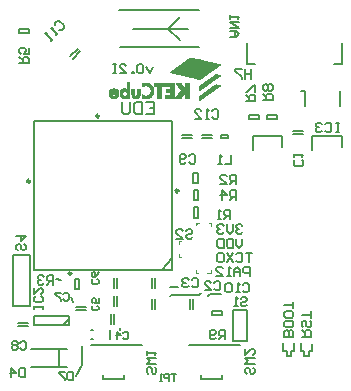
<source format=gbo>
G04*
G04 #@! TF.GenerationSoftware,Altium Limited,Altium Designer,21.4.1 (30)*
G04*
G04 Layer_Color=32896*
%FSLAX25Y25*%
%MOIN*%
G70*
G04*
G04 #@! TF.SameCoordinates,FDA7AB05-C33E-465C-AB53-71C79C1F0B70*
G04*
G04*
G04 #@! TF.FilePolarity,Positive*
G04*
G01*
G75*
%ADD10C,0.00787*%
%ADD11C,0.00591*%
%ADD12C,0.00800*%
%ADD14C,0.00709*%
%ADD105C,0.00984*%
%ADD106C,0.00394*%
%ADD107C,0.00500*%
%ADD108C,0.00100*%
%ADD109C,0.00630*%
%ADD110C,0.00669*%
D10*
X110542Y92039D02*
Y97039D01*
X122353Y92039D02*
Y97039D01*
X110542Y97039D02*
X110542Y97039D01*
X109448D02*
X110542Y97039D01*
X39146Y14460D02*
X39934D01*
X39146Y17609D02*
X39934D01*
X45544Y14460D02*
Y17609D01*
X48720Y124114D02*
X75317Y124114D01*
X48917Y112008D02*
X75317D01*
X53248Y118012D02*
X64961D01*
X68898Y121949D01*
X64961Y118012D02*
X64961D01*
X68898Y114075D01*
X64961Y118012D02*
X71555D01*
X72028Y12693D02*
X89028D01*
X76028Y1193D02*
X83028D01*
Y2693D01*
X76028Y1193D02*
Y2693D01*
X43350Y1193D02*
Y2693D01*
X50350Y1193D02*
Y2693D01*
X43350Y1193D02*
X50350D01*
X39350Y12693D02*
X56350D01*
X65728Y31702D02*
X68452D01*
X65728Y28800D02*
X66187Y29259D01*
X75328D01*
X75990Y29921D01*
X76028D01*
X78228Y28800D02*
X78956Y29528D01*
X82677D01*
X89764Y48030D02*
Y45931D01*
X88714Y44882D01*
X87665Y45931D01*
Y48030D01*
X86615D02*
Y44882D01*
X85041D01*
X84516Y45407D01*
Y47506D01*
X85041Y48030D01*
X86615D01*
X83467D02*
Y44882D01*
X81892D01*
X81367Y45407D01*
Y47506D01*
X81892Y48030D01*
X83467D01*
X57524Y93476D02*
X60148D01*
Y89540D01*
X57524D01*
X60148Y91508D02*
X58836D01*
X56212Y93476D02*
Y89540D01*
X54244D01*
X53588Y90196D01*
Y92820D01*
X54244Y93476D01*
X56212D01*
X52276D02*
Y90196D01*
X51621Y89540D01*
X50309D01*
X49653Y90196D01*
Y93476D01*
X59842Y105155D02*
X58793Y103056D01*
X57744Y105155D01*
X56694Y105679D02*
X56169Y106204D01*
X55120D01*
X54595Y105679D01*
Y103580D01*
X55120Y103056D01*
X56169D01*
X56694Y103580D01*
Y105679D01*
X53545Y103056D02*
Y103580D01*
X53021D01*
Y103056D01*
X53545D01*
X48822D02*
X50921D01*
X48822Y105155D01*
Y105679D01*
X49347Y106204D01*
X50397D01*
X50921Y105679D01*
X47773Y106204D02*
X46723D01*
X47248D01*
Y103056D01*
X47773D01*
X46723D01*
X92913Y43306D02*
X90814D01*
X91864D01*
Y40157D01*
X87666Y42781D02*
X88191Y43306D01*
X89240D01*
X89765Y42781D01*
Y40682D01*
X89240Y40157D01*
X88191D01*
X87666Y40682D01*
X86616Y43306D02*
X84517Y40157D01*
Y43306D02*
X86616Y40157D01*
X81893Y43306D02*
X82943D01*
X83468Y42781D01*
Y40682D01*
X82943Y40157D01*
X81893D01*
X81369Y40682D01*
Y42781D01*
X81893Y43306D01*
X92126Y35433D02*
Y38582D01*
X90552D01*
X90027Y38057D01*
Y37007D01*
X90552Y36483D01*
X92126D01*
X88977Y35433D02*
Y37532D01*
X87928Y38582D01*
X86878Y37532D01*
Y35433D01*
Y37007D01*
X88977D01*
X85829Y35433D02*
X84779D01*
X85304D01*
Y38582D01*
X85829Y38057D01*
X81106Y35433D02*
X83205D01*
X81106Y37532D01*
Y38057D01*
X81631Y38582D01*
X82680D01*
X83205Y38057D01*
X89764Y52230D02*
X89239Y52755D01*
X88190D01*
X87665Y52230D01*
Y51705D01*
X88190Y51181D01*
X88714D01*
X88190D01*
X87665Y50656D01*
Y50131D01*
X88190Y49606D01*
X89239D01*
X89764Y50131D01*
X86615Y52755D02*
Y50656D01*
X85566Y49606D01*
X84516Y50656D01*
Y52755D01*
X83467Y52230D02*
X82942Y52755D01*
X81892D01*
X81367Y52230D01*
Y51705D01*
X81892Y51181D01*
X82417D01*
X81892D01*
X81367Y50656D01*
Y50131D01*
X81892Y49606D01*
X82942D01*
X83467Y50131D01*
X85978Y75879D02*
Y72730D01*
X83878D01*
X82829D02*
X81779D01*
X82304D01*
Y75879D01*
X82829Y75354D01*
X79679Y90638D02*
X80204Y91163D01*
X81253D01*
X81778Y90638D01*
Y88539D01*
X81253Y88014D01*
X80204D01*
X79679Y88539D01*
X78630Y88014D02*
X77580D01*
X78105D01*
Y91163D01*
X78630Y90638D01*
X73907Y88014D02*
X76006D01*
X73907Y90113D01*
Y90638D01*
X74432Y91163D01*
X75481D01*
X76006Y90638D01*
X93286Y4989D02*
X93811Y4464D01*
Y3414D01*
X93286Y2889D01*
X92762D01*
X92237Y3414D01*
Y4464D01*
X91712Y4989D01*
X91187D01*
X90663Y4464D01*
Y3414D01*
X91187Y2889D01*
X93811Y6038D02*
X90663D01*
X91712Y7088D01*
X90663Y8137D01*
X93811D01*
X90663Y11286D02*
Y9187D01*
X92762Y11286D01*
X93286D01*
X93811Y10761D01*
Y9711D01*
X93286Y9187D01*
X60549Y5128D02*
X61074Y4603D01*
Y3554D01*
X60549Y3029D01*
X60024D01*
X59499Y3554D01*
Y4603D01*
X58974Y5128D01*
X58450D01*
X57925Y4603D01*
Y3554D01*
X58450Y3029D01*
X61074Y6177D02*
X57925D01*
X58974Y7227D01*
X57925Y8276D01*
X61074D01*
X57925Y9326D02*
Y10375D01*
Y9851D01*
X61074D01*
X60549Y9326D01*
X92635Y104388D02*
Y101239D01*
Y102813D01*
X90536D01*
Y104388D01*
Y101239D01*
X89487Y104388D02*
X87388D01*
Y103863D01*
X89487Y101764D01*
Y101239D01*
X27288Y119064D02*
Y119806D01*
X28030Y120548D01*
X28772Y120548D01*
X30256Y119064D01*
Y118322D01*
X29514Y117580D01*
X28772Y117580D01*
X28401Y116466D02*
X27659Y115724D01*
X28030Y116095D01*
X25803Y118322D01*
X26545Y118322D01*
Y114611D02*
X25803Y113869D01*
X26174Y114240D01*
X23948Y116466D01*
X24690Y116466D01*
X85564Y115041D02*
X87663D01*
X88712Y116091D01*
X87663Y117140D01*
X85564D01*
X87138D01*
Y115041D01*
X85564Y118190D02*
X88712D01*
X85564Y120289D01*
X88712D01*
X85564Y121338D02*
Y122388D01*
Y121863D01*
X88712D01*
X88187Y121338D01*
X70932Y50546D02*
X71457Y51071D01*
X72507D01*
X73032Y50546D01*
Y50021D01*
X72507Y49496D01*
X71457D01*
X70932Y48972D01*
Y48447D01*
X71457Y47922D01*
X72507D01*
X73032Y48447D01*
X67784Y47922D02*
X69883D01*
X67784Y50021D01*
Y50546D01*
X68309Y51071D01*
X69358D01*
X69883Y50546D01*
X15449Y106372D02*
X18598D01*
Y107947D01*
X18073Y108471D01*
X17023D01*
X16499Y107947D01*
Y106372D01*
Y107422D02*
X15449Y108471D01*
X18598Y111620D02*
Y109521D01*
X17023D01*
X17548Y110570D01*
Y111095D01*
X17023Y111620D01*
X15974D01*
X15449Y111095D01*
Y110046D01*
X15974Y109521D01*
X89855Y32690D02*
X90380Y33215D01*
X91430D01*
X91954Y32690D01*
Y30591D01*
X91430Y30066D01*
X90380D01*
X89855Y30591D01*
X88806Y30066D02*
X87756D01*
X88281D01*
Y33215D01*
X88806Y32690D01*
X86182D02*
X85657Y33215D01*
X84608D01*
X84083Y32690D01*
Y30591D01*
X84608Y30066D01*
X85657D01*
X86182Y30591D01*
Y32690D01*
X71991Y75617D02*
X72516Y76141D01*
X73566D01*
X74090Y75617D01*
Y73518D01*
X73566Y72993D01*
X72516D01*
X71991Y73518D01*
X70942D02*
X70417Y72993D01*
X69367D01*
X68843Y73518D01*
Y75617D01*
X69367Y76141D01*
X70417D01*
X70942Y75617D01*
Y75092D01*
X70417Y74567D01*
X68843D01*
X17066Y46194D02*
X17590Y45669D01*
Y44619D01*
X17066Y44094D01*
X16541D01*
X16016Y44619D01*
Y45669D01*
X15491Y46194D01*
X14966D01*
X14442Y45669D01*
Y44619D01*
X14966Y44094D01*
X14442Y48817D02*
X17590D01*
X16016Y47243D01*
Y49342D01*
X17383Y4897D02*
Y1749D01*
X15808D01*
X15283Y2273D01*
Y4372D01*
X15808Y4897D01*
X17383D01*
X12660Y1749D02*
Y4897D01*
X14234Y3323D01*
X12135D01*
X84067Y14432D02*
Y17580D01*
X82493D01*
X81968Y17056D01*
Y16006D01*
X82493Y15481D01*
X84067D01*
X83018D02*
X81968Y14432D01*
X80919Y14956D02*
X80394Y14432D01*
X79345D01*
X78820Y14956D01*
Y17056D01*
X79345Y17580D01*
X80394D01*
X80919Y17056D01*
Y16531D01*
X80394Y16006D01*
X78820D01*
X109548Y74229D02*
X110073Y73704D01*
Y72654D01*
X109548Y72130D01*
X107449D01*
X106925Y72654D01*
Y73704D01*
X107449Y74229D01*
X106925Y75278D02*
Y76328D01*
Y75803D01*
X110073D01*
X109548Y75278D01*
X87686Y60974D02*
Y64122D01*
X86111D01*
X85586Y63598D01*
Y62548D01*
X86111Y62023D01*
X87686D01*
X86636D02*
X85586Y60974D01*
X82963D02*
Y64122D01*
X84537Y62548D01*
X82438D01*
X87652Y66147D02*
Y69296D01*
X86077D01*
X85553Y68771D01*
Y67721D01*
X86077Y67197D01*
X87652D01*
X86602D02*
X85553Y66147D01*
X82404D02*
X84503D01*
X82404Y68246D01*
Y68771D01*
X82929Y69296D01*
X83978D01*
X84503Y68771D01*
X85728Y54508D02*
Y57657D01*
X84154D01*
X83629Y57132D01*
Y56082D01*
X84154Y55557D01*
X85728D01*
X84679D02*
X83629Y54508D01*
X82580D02*
X81530D01*
X82055D01*
Y57657D01*
X82580Y57132D01*
X72901Y34326D02*
X73426Y34851D01*
X74475D01*
X75000Y34326D01*
Y32227D01*
X74475Y31702D01*
X73426D01*
X72901Y32227D01*
X71851Y34326D02*
X71327Y34851D01*
X70277D01*
X69752Y34326D01*
Y33801D01*
X70277Y33277D01*
X70802D01*
X70277D01*
X69752Y32752D01*
Y32227D01*
X70277Y31702D01*
X71327D01*
X71851Y32227D01*
X80283Y33332D02*
X80808Y33857D01*
X81857D01*
X82382Y33332D01*
Y31233D01*
X81857Y30709D01*
X80808D01*
X80283Y31233D01*
X77134Y30709D02*
X79233D01*
X77134Y32808D01*
Y33332D01*
X77659Y33857D01*
X78708D01*
X79233Y33332D01*
X30073Y29558D02*
X30532Y30017D01*
X31450D01*
X31909Y29558D01*
Y27721D01*
X31450Y27262D01*
X30532D01*
X30073Y27721D01*
X29155Y30017D02*
X27318D01*
Y29558D01*
X29155Y27721D01*
Y27262D01*
X26737Y32655D02*
Y35804D01*
X25162D01*
X24638Y35279D01*
Y34229D01*
X25162Y33705D01*
X26737D01*
X25687D02*
X24638Y32655D01*
X23588Y35279D02*
X23063Y35804D01*
X22014D01*
X21489Y35279D01*
Y34754D01*
X22014Y34229D01*
X22539D01*
X22014D01*
X21489Y33705D01*
Y33180D01*
X22014Y32655D01*
X23063D01*
X23588Y33180D01*
X96668Y94145D02*
X99816D01*
Y95719D01*
X99292Y96244D01*
X98242D01*
X97717Y95719D01*
Y94145D01*
Y95194D02*
X96668Y96244D01*
X99292Y97293D02*
X99816Y97818D01*
Y98867D01*
X99292Y99392D01*
X98767D01*
X98242Y98867D01*
X97717Y99392D01*
X97193D01*
X96668Y98867D01*
Y97818D01*
X97193Y97293D01*
X97717D01*
X98242Y97818D01*
X98767Y97293D01*
X99292D01*
X98242Y97818D02*
Y98867D01*
X90891Y93833D02*
X94040D01*
Y95407D01*
X93515Y95932D01*
X92466D01*
X91941Y95407D01*
Y93833D01*
Y94882D02*
X90891Y95932D01*
X94040Y96981D02*
Y99080D01*
X93515D01*
X91416Y96981D01*
X90891D01*
X89188Y28016D02*
X89713Y28541D01*
X90762D01*
X91287Y28016D01*
Y27491D01*
X90762Y26966D01*
X89713D01*
X89188Y26441D01*
Y25917D01*
X89713Y25392D01*
X90762D01*
X91287Y25917D01*
X88138Y25392D02*
X87089D01*
X87613D01*
Y28541D01*
X88138Y28016D01*
X122014Y86612D02*
X120965D01*
X121489D01*
Y83464D01*
X122014D01*
X120965D01*
X117291Y86088D02*
X117816Y86612D01*
X118866D01*
X119390Y86088D01*
Y83989D01*
X118866Y83464D01*
X117816D01*
X117291Y83989D01*
X116242Y86088D02*
X115717Y86612D01*
X114667D01*
X114143Y86088D01*
Y85563D01*
X114667Y85038D01*
X115192D01*
X114667D01*
X114143Y84513D01*
Y83989D01*
X114667Y83464D01*
X115717D01*
X116242Y83989D01*
D11*
X86630Y13897D02*
Y24297D01*
X91430D01*
Y13897D02*
Y24297D01*
X86630Y13897D02*
X91430D01*
X63055Y37578D02*
X66205Y41417D01*
X20142Y37578D02*
X66205D01*
Y87185D01*
X20142D02*
X66205D01*
X20142Y37578D02*
Y87185D01*
X13353Y25494D02*
X18865D01*
X13353D02*
Y42454D01*
X18865Y25494D02*
Y42454D01*
X13353D02*
X18865D01*
X41431Y34431D02*
X41825Y34038D01*
Y33250D01*
X41431Y32857D01*
X39857D01*
X39463Y33250D01*
Y34038D01*
X39857Y34431D01*
X41825Y36792D02*
X41431Y36005D01*
X40644Y35218D01*
X39857D01*
X39463Y35612D01*
Y36399D01*
X39857Y36792D01*
X40250D01*
X40644Y36399D01*
Y35218D01*
X41441Y25687D02*
X41834Y25293D01*
Y24506D01*
X41441Y24113D01*
X39867D01*
X39473Y24506D01*
Y25293D01*
X39867Y25687D01*
X41834Y28048D02*
Y26474D01*
X40654D01*
X41047Y27261D01*
Y27655D01*
X40654Y28048D01*
X39867D01*
X39473Y27655D01*
Y26868D01*
X39867Y26474D01*
X50022Y16531D02*
X50415Y16924D01*
X51202D01*
X51596Y16531D01*
Y14956D01*
X51202Y14563D01*
X50415D01*
X50022Y14956D01*
X48054Y14563D02*
Y16924D01*
X49235Y15743D01*
X47660D01*
D12*
X30016Y19231D02*
X32116Y21331D01*
X29816Y19231D02*
X30016D01*
X20416D02*
X32116D01*
X20416D02*
Y22231D01*
X32116D01*
Y19231D02*
Y22231D01*
X47000Y31426D02*
Y34826D01*
X48000Y31426D02*
Y34826D01*
X19197Y5079D02*
X31197D01*
X19197Y11079D02*
X31197D01*
X28597Y5079D02*
Y11079D01*
X18759Y116544D02*
Y117944D01*
X15359D02*
X18759D01*
X15359Y116544D02*
Y117944D01*
Y116544D02*
X18759D01*
X33152Y108030D02*
X35556Y110434D01*
X32444Y108738D02*
X34848Y111142D01*
X76264Y81461D02*
X79664D01*
X76264Y82461D02*
X79664D01*
X85100Y81461D02*
Y82461D01*
X82700Y81461D02*
Y82461D01*
Y81461D02*
X85100D01*
X82700Y82461D02*
X85100D01*
X91800Y89169D02*
X95200D01*
Y87769D02*
Y89169D01*
X91800Y87769D02*
X95200D01*
X91800D02*
Y89169D01*
X97800D02*
X101200D01*
Y87769D02*
Y89169D01*
X97800Y87769D02*
X101200D01*
X97800D02*
Y89169D01*
X33796Y31183D02*
Y34583D01*
X35196D01*
Y31183D02*
Y34583D01*
X33796Y31183D02*
X35196D01*
X74873Y54993D02*
Y58393D01*
X73473Y54993D02*
X74873D01*
X73473D02*
Y58393D01*
X74873D01*
X73452Y66447D02*
Y69847D01*
X74852D01*
Y66447D02*
Y69847D01*
X73452Y66447D02*
X74852D01*
X73485Y60774D02*
Y64174D01*
X74885D01*
Y60774D02*
Y64174D01*
X73485Y60774D02*
X74885D01*
X79670Y23997D02*
X83070D01*
Y22597D02*
Y23997D01*
X79670Y22597D02*
X83070D01*
X79670D02*
Y23997D01*
X69714Y81461D02*
X73114D01*
X69714Y82461D02*
X73114D01*
X14800Y19000D02*
X18200D01*
X14800Y20000D02*
X18200D01*
X72335Y24474D02*
Y27874D01*
X73335Y24474D02*
Y27874D01*
X46000Y19426D02*
Y22826D01*
X47000Y19426D02*
Y22826D01*
X60552Y24474D02*
Y27874D01*
X59552Y24474D02*
Y27874D01*
X34179Y25125D02*
X37579D01*
X34179Y24125D02*
X37579D01*
X60552Y31426D02*
Y34826D01*
X59552Y31426D02*
Y34826D01*
X47000Y25426D02*
Y28826D01*
X48000Y25426D02*
Y28826D01*
X106524Y82993D02*
X109924D01*
X106524Y83993D02*
X109924D01*
D14*
X48917Y18236D02*
X48918Y17548D01*
X93164Y82283D02*
X96923Y82283D01*
X93164Y77621D02*
Y82283D01*
X96923Y82283D02*
X103109Y82283D01*
Y78600D02*
Y82283D01*
X48887Y17579D02*
X48918Y17548D01*
X32770Y28700D02*
X33266Y26792D01*
X27653Y34383D02*
X29336Y34302D01*
X106858Y10538D02*
Y13038D01*
X105858Y10500D02*
X106858Y10538D01*
X105858Y8788D02*
Y10500D01*
X104500Y8788D02*
X105858D01*
X104500D02*
Y10500D01*
X103405D02*
X104500D01*
X103405D02*
Y13299D01*
X109350Y10421D02*
Y13220D01*
Y10421D02*
X110445D01*
Y8709D02*
Y10421D01*
Y8709D02*
X111803D01*
Y10421D01*
X112803Y10459D01*
Y12959D01*
X122845Y78600D02*
Y82283D01*
X116659Y82283D02*
X122845Y82283D01*
X112900Y77621D02*
Y82283D01*
X116659Y82283D01*
X34382Y2134D02*
X36129Y5906D01*
Y12250D01*
X109511Y15321D02*
X112660D01*
Y16896D01*
X112135Y17420D01*
X111085D01*
X110561Y16896D01*
Y15321D01*
Y16371D02*
X109511Y17420D01*
X112135Y20569D02*
X112660Y20044D01*
Y18995D01*
X112135Y18470D01*
X111610D01*
X111085Y18995D01*
Y20044D01*
X110561Y20569D01*
X110036D01*
X109511Y20044D01*
Y18995D01*
X110036Y18470D01*
X112660Y21619D02*
Y23718D01*
Y22668D01*
X109511D01*
X106752Y15321D02*
X103604D01*
Y16896D01*
X104129Y17420D01*
X104653D01*
X105178Y16896D01*
Y15321D01*
Y16896D01*
X105703Y17420D01*
X106228D01*
X106752Y16896D01*
Y15321D01*
Y20044D02*
Y18995D01*
X106228Y18470D01*
X104129D01*
X103604Y18995D01*
Y20044D01*
X104129Y20569D01*
X106228D01*
X106752Y20044D01*
Y23193D02*
Y22143D01*
X106228Y21619D01*
X104129D01*
X103604Y22143D01*
Y23193D01*
X104129Y23718D01*
X106228D01*
X106752Y23193D01*
Y24767D02*
Y26866D01*
Y25817D01*
X103604D01*
X15735Y13308D02*
X16195Y13768D01*
X17113D01*
X17572Y13308D01*
Y11472D01*
X17113Y11013D01*
X16195D01*
X15735Y11472D01*
X14817Y13308D02*
X14358Y13768D01*
X13439D01*
X12980Y13308D01*
Y12849D01*
X13439Y12390D01*
X12980Y11931D01*
Y11472D01*
X13439Y11013D01*
X14358D01*
X14817Y11472D01*
Y11931D01*
X14358Y12390D01*
X14817Y12849D01*
Y13308D01*
X14358Y12390D02*
X13439D01*
X23126Y24604D02*
Y25522D01*
Y25063D01*
X20371D01*
Y24604D01*
Y25522D01*
X22667Y28736D02*
X23126Y28277D01*
Y27359D01*
X22667Y26899D01*
X20830D01*
X20371Y27359D01*
Y28277D01*
X20830Y28736D01*
X20371Y31491D02*
Y29654D01*
X22207Y31491D01*
X22667D01*
X23126Y31032D01*
Y30114D01*
X22667Y29654D01*
D105*
X68468Y63956D02*
G03*
X68468Y63956I-492J0D01*
G01*
X41992Y88858D02*
G03*
X41992Y88858I-492J0D01*
G01*
X18960Y67106D02*
G03*
X18960Y67106I-492J0D01*
G01*
X32770Y36417D02*
G03*
X32770Y36417I-492J0D01*
G01*
D106*
X79331Y52362D02*
Y53150D01*
X74213Y52559D02*
X74606Y52953D01*
X74213Y53347D02*
X74606Y52953D01*
X74213Y52559D02*
Y53347D01*
X68602Y47047D02*
X69390D01*
X68602Y46260D02*
Y47047D01*
Y41929D02*
X69390D01*
X68602D02*
Y42717D01*
X74213Y36417D02*
Y37598D01*
Y36417D02*
X75000D01*
X77854D02*
X79232D01*
Y37598D01*
X74213Y52559D02*
X75000Y53347D01*
X75394D01*
X78543Y53150D02*
X79331D01*
X74213Y53347D02*
X75394D01*
D107*
X91349Y106181D02*
X93789D01*
X120384D02*
X122845D01*
Y113311D01*
X91349Y106181D02*
Y113311D01*
D108*
X72228Y108331D02*
X73028D01*
X72128Y108231D02*
X73328D01*
X72028Y108131D02*
X73628D01*
X71828Y108031D02*
X74228D01*
X71728Y107931D02*
X74528D01*
X71528Y107831D02*
X75128D01*
X71428Y107731D02*
X75528D01*
X71328Y107631D02*
X75728D01*
X71128Y107531D02*
X76328D01*
X71028Y107431D02*
X76728D01*
X70828Y107331D02*
X77228D01*
X70728Y107231D02*
X77628D01*
X70528Y107131D02*
X77928D01*
X70428Y107031D02*
X78428D01*
X70228Y106931D02*
X78828D01*
X70228Y106831D02*
X79128D01*
X70028Y106731D02*
X79728D01*
X69828Y106631D02*
X80028D01*
X69728Y106531D02*
X80528D01*
X69528Y106431D02*
X80928D01*
X69428Y106331D02*
X81228D01*
X69228Y106231D02*
X81828D01*
X69228Y106131D02*
X82128D01*
X69028Y106031D02*
X82128D01*
X68928Y105931D02*
X82128D01*
X68728Y105831D02*
X82028D01*
X68628Y105731D02*
X81828D01*
X68428Y105631D02*
X81628D01*
X68328Y105531D02*
X81528D01*
X68128Y105431D02*
X81428D01*
X68028Y105331D02*
X81328D01*
X67928Y105231D02*
X81128D01*
X67728Y105131D02*
X81028D01*
X67628Y105031D02*
X80828D01*
X67428Y104931D02*
X80728D01*
X67328Y104831D02*
X80528D01*
X67228Y104731D02*
X80428D01*
X67028Y104631D02*
X80228D01*
X66928Y104531D02*
X80128D01*
X66828Y104431D02*
X80028D01*
X66628Y104331D02*
X79828D01*
X66528Y104231D02*
X79728D01*
X66328Y104131D02*
X79528D01*
X66228Y104031D02*
X79428D01*
X66128Y103931D02*
X79328D01*
X65928Y103831D02*
X79128D01*
X65828Y103731D02*
X79028D01*
X65728Y103631D02*
X78828D01*
X65728Y103531D02*
X78728D01*
X65928Y103431D02*
X78628D01*
X66428Y103331D02*
X78428D01*
X66828Y103231D02*
X78328D01*
X67228Y103131D02*
X78228D01*
X67628Y103031D02*
X78028D01*
X68028Y102931D02*
X77928D01*
X80828Y102831D02*
X81028D01*
X68528D02*
X77728D01*
X80628Y102731D02*
X81328D01*
X68928D02*
X77628D01*
X80528Y102631D02*
X81628D01*
X69328D02*
X77528D01*
X80328Y102531D02*
X82128D01*
X69728D02*
X77328D01*
X80228Y102431D02*
X82128D01*
X70128D02*
X77228D01*
X80128Y102331D02*
X82128D01*
X70628D02*
X77028D01*
X80028Y102231D02*
X81928D01*
X71028D02*
X76928D01*
X79828Y102131D02*
X81828D01*
X71428D02*
X76828D01*
X79628Y102031D02*
X81628D01*
X71828D02*
X76628D01*
X79528Y101931D02*
X81528D01*
X72228D02*
X76528D01*
X79428Y101831D02*
X81428D01*
X72628D02*
X76428D01*
X79228Y101731D02*
X81228D01*
X73128D02*
X76228D01*
X79128Y101631D02*
X81128D01*
X73528D02*
X76128D01*
X79028Y101531D02*
X80928D01*
X73928D02*
X75928D01*
X78828Y101431D02*
X80828D01*
X74328D02*
X75828D01*
X78728Y101331D02*
X80728D01*
X74728D02*
X75728D01*
X78528Y101231D02*
X80528D01*
X75228D02*
X75528D01*
X78428Y101131D02*
X80428D01*
X78328Y101031D02*
X80328D01*
X78128Y100931D02*
X80128D01*
X78028Y100831D02*
X80028D01*
X77828Y100731D02*
X79828D01*
X77728Y100631D02*
X79728D01*
X77628Y100531D02*
X79628D01*
X77428Y100431D02*
X79428D01*
X77328Y100331D02*
X79328D01*
X77228Y100231D02*
X79228D01*
X51228D02*
X52028D01*
X77028Y100131D02*
X79028D01*
X51228D02*
X52028D01*
X76928Y100031D02*
X78928D01*
X51228D02*
X52028D01*
X76728Y99931D02*
X78728D01*
X56928D02*
X58028D01*
X51228D02*
X52028D01*
X76628Y99831D02*
X78628D01*
X70528D02*
X71928D01*
X67528D02*
X69228D01*
X64028D02*
X66928D01*
X60228D02*
X63728D01*
X56628D02*
X58328D01*
X51228D02*
X52028D01*
X76528Y99731D02*
X78528D01*
X70528D02*
X71928D01*
X67528D02*
X69228D01*
X64028D02*
X66928D01*
X60228D02*
X63728D01*
X56428D02*
X58528D01*
X51228D02*
X52028D01*
X76328Y99631D02*
X78328D01*
X70528D02*
X71928D01*
X67628D02*
X69328D01*
X64028D02*
X66928D01*
X60228D02*
X63728D01*
X56128D02*
X58828D01*
X51228D02*
X52028D01*
X76228Y99531D02*
X78228D01*
X70528D02*
X71928D01*
X67628D02*
X69428D01*
X64028D02*
X66928D01*
X60228D02*
X63728D01*
X56128D02*
X58928D01*
X51228D02*
X52028D01*
X80828Y99431D02*
X81028D01*
X76028D02*
X78028D01*
X70528D02*
X71928D01*
X67728D02*
X69428D01*
X64028D02*
X66928D01*
X60228D02*
X63728D01*
X56128D02*
X59028D01*
X51228D02*
X52028D01*
X80528Y99331D02*
X81528D01*
X75828D02*
X77928D01*
X70528D02*
X71928D01*
X67828D02*
X69628D01*
X64028D02*
X66928D01*
X60228D02*
X63728D01*
X56128D02*
X59128D01*
X51228D02*
X52028D01*
X80528Y99231D02*
X81828D01*
X75828D02*
X77828D01*
X70528D02*
X71928D01*
X67928D02*
X69628D01*
X64028D02*
X66928D01*
X60228D02*
X63728D01*
X56128D02*
X59228D01*
X51228D02*
X52028D01*
X80328Y99131D02*
X82128D01*
X75528D02*
X77628D01*
X70528D02*
X71928D01*
X68028D02*
X69728D01*
X64028D02*
X66928D01*
X60228D02*
X63728D01*
X56128D02*
X59428D01*
X51228D02*
X52028D01*
X80228Y99031D02*
X82128D01*
X75528D02*
X77528D01*
X70528D02*
X71928D01*
X68128D02*
X69828D01*
X64028D02*
X66928D01*
X60228D02*
X63728D01*
X57928D02*
X59428D01*
X56128D02*
X57028D01*
X51228D02*
X52028D01*
X80028Y98931D02*
X82028D01*
X75328D02*
X77328D01*
X70528D02*
X71928D01*
X68128D02*
X69928D01*
X64028D02*
X66928D01*
X60228D02*
X63728D01*
X58228D02*
X59528D01*
X56128D02*
X56828D01*
X51228D02*
X52028D01*
X79928Y98831D02*
X81828D01*
X75328D02*
X77228D01*
X70528D02*
X71928D01*
X68228D02*
X69928D01*
X64028D02*
X66928D01*
X60228D02*
X63728D01*
X58428D02*
X59628D01*
X56128D02*
X56528D01*
X51228D02*
X52028D01*
X79728Y98731D02*
X81828D01*
X75328D02*
X77128D01*
X70528D02*
X71928D01*
X68328D02*
X70028D01*
X64028D02*
X66928D01*
X60228D02*
X63728D01*
X58528D02*
X59728D01*
X56128D02*
X56428D01*
X51228D02*
X52028D01*
X79628Y98631D02*
X81628D01*
X75328D02*
X76928D01*
X70528D02*
X71928D01*
X68428D02*
X70128D01*
X65528D02*
X66928D01*
X61328D02*
X62728D01*
X58628D02*
X59728D01*
X51228D02*
X52028D01*
X79528Y98531D02*
X81428D01*
X75328D02*
X76828D01*
X70528D02*
X71928D01*
X68528D02*
X70228D01*
X65528D02*
X66928D01*
X61328D02*
X62728D01*
X58728D02*
X59828D01*
X51228D02*
X52028D01*
X79328Y98431D02*
X81328D01*
X75328D02*
X76628D01*
X70528D02*
X71928D01*
X68628D02*
X70228D01*
X65528D02*
X66928D01*
X61328D02*
X62728D01*
X58828D02*
X59828D01*
X51228D02*
X52028D01*
X79228Y98331D02*
X81128D01*
X75328D02*
X76528D01*
X70528D02*
X71928D01*
X68628D02*
X70328D01*
X65528D02*
X66928D01*
X61328D02*
X62728D01*
X58928D02*
X59928D01*
X51228D02*
X52028D01*
X79028Y98231D02*
X81028D01*
X75328D02*
X76328D01*
X70528D02*
X71928D01*
X68728D02*
X70428D01*
X65528D02*
X66928D01*
X61328D02*
X62728D01*
X58928D02*
X59928D01*
X51228D02*
X52028D01*
X78928Y98131D02*
X80928D01*
X75328D02*
X76228D01*
X68828D02*
X71928D01*
X65528D02*
X66928D01*
X61328D02*
X62728D01*
X59028D02*
X59928D01*
X51228D02*
X52028D01*
X50028D02*
X50528D01*
X46528D02*
X47028D01*
X78728Y98031D02*
X80728D01*
X75328D02*
X76028D01*
X68928D02*
X71928D01*
X65528D02*
X66928D01*
X61328D02*
X62728D01*
X59028D02*
X59928D01*
X54628D02*
X55528D01*
X52728D02*
X53628D01*
X51228D02*
X52028D01*
X49628D02*
X50928D01*
X46028D02*
X47528D01*
X78728Y97931D02*
X80628D01*
X75328D02*
X76028D01*
X68928D02*
X71928D01*
X64128D02*
X66928D01*
X61328D02*
X62728D01*
X59128D02*
X59928D01*
X54628D02*
X55528D01*
X52728D02*
X53628D01*
X51228D02*
X52028D01*
X49428D02*
X51028D01*
X45928D02*
X47728D01*
X78428Y97831D02*
X80528D01*
X75328D02*
X75828D01*
X69128D02*
X71928D01*
X64128D02*
X66928D01*
X61328D02*
X62728D01*
X59128D02*
X60028D01*
X54628D02*
X55528D01*
X52728D02*
X53628D01*
X49328D02*
X52028D01*
X45728D02*
X47828D01*
X78328Y97731D02*
X80328D01*
X75328D02*
X75628D01*
X69228D02*
X71928D01*
X64128D02*
X66928D01*
X61328D02*
X62728D01*
X59128D02*
X60028D01*
X54628D02*
X55528D01*
X52728D02*
X53628D01*
X49228D02*
X52028D01*
X45728D02*
X47928D01*
X78228Y97631D02*
X80228D01*
X75328D02*
X75528D01*
X69228D02*
X71928D01*
X64128D02*
X66928D01*
X61328D02*
X62728D01*
X59128D02*
X60028D01*
X54628D02*
X55528D01*
X52728D02*
X53628D01*
X49128D02*
X52028D01*
X45628D02*
X48028D01*
X78028Y97531D02*
X80028D01*
X69328D02*
X71928D01*
X64128D02*
X66928D01*
X61328D02*
X62728D01*
X59128D02*
X60028D01*
X54628D02*
X55528D01*
X52728D02*
X53628D01*
X49028D02*
X52028D01*
X45528D02*
X48128D01*
X77928Y97431D02*
X79928D01*
X69228D02*
X71928D01*
X64128D02*
X66928D01*
X61328D02*
X62728D01*
X59128D02*
X60028D01*
X54628D02*
X55528D01*
X52728D02*
X53628D01*
X49028D02*
X52028D01*
X45428D02*
X48128D01*
X77828Y97331D02*
X79828D01*
X69228D02*
X71928D01*
X64128D02*
X66928D01*
X61328D02*
X62728D01*
X59128D02*
X60028D01*
X54628D02*
X55528D01*
X52728D02*
X53628D01*
X50628D02*
X52028D01*
X48928D02*
X50228D01*
X47028D02*
X48228D01*
X45428D02*
X46628D01*
X77628Y97231D02*
X79628D01*
X69128D02*
X71928D01*
X64128D02*
X66928D01*
X61328D02*
X62728D01*
X59128D02*
X60028D01*
X54628D02*
X55528D01*
X52728D02*
X53628D01*
X50928D02*
X52028D01*
X48928D02*
X50028D01*
X47228D02*
X48228D01*
X45428D02*
X46328D01*
X77528Y97131D02*
X79528D01*
X69028D02*
X71928D01*
X64128D02*
X66928D01*
X61328D02*
X62728D01*
X59128D02*
X60028D01*
X54628D02*
X55528D01*
X52728D02*
X53628D01*
X51028D02*
X52028D01*
X48928D02*
X49928D01*
X47328D02*
X48228D01*
X45428D02*
X46228D01*
X77328Y97031D02*
X79328D01*
X68928D02*
X71928D01*
X64128D02*
X66928D01*
X61328D02*
X62728D01*
X59128D02*
X60028D01*
X54628D02*
X55528D01*
X52728D02*
X53628D01*
X51028D02*
X52028D01*
X48928D02*
X49828D01*
X47328D02*
X48328D01*
X45328D02*
X46228D01*
X77228Y96931D02*
X79228D01*
X68928D02*
X71928D01*
X64128D02*
X66928D01*
X61328D02*
X62728D01*
X59128D02*
X60028D01*
X54628D02*
X55528D01*
X52728D02*
X53628D01*
X51128D02*
X52028D01*
X48828D02*
X49728D01*
X45328D02*
X48328D01*
X77128Y96831D02*
X79128D01*
X68828D02*
X71928D01*
X64128D02*
X66928D01*
X61328D02*
X62728D01*
X59128D02*
X59928D01*
X54628D02*
X55528D01*
X52728D02*
X53628D01*
X51128D02*
X52028D01*
X48828D02*
X49728D01*
X45328D02*
X48328D01*
X76928Y96731D02*
X78928D01*
X68728D02*
X71928D01*
X65528D02*
X66928D01*
X61328D02*
X62728D01*
X59028D02*
X59928D01*
X54628D02*
X55528D01*
X52728D02*
X53628D01*
X51228D02*
X52028D01*
X48828D02*
X49728D01*
X45328D02*
X48328D01*
X76828Y96631D02*
X78828D01*
X70528D02*
X71928D01*
X68628D02*
X70428D01*
X65528D02*
X66928D01*
X61328D02*
X62728D01*
X59028D02*
X59928D01*
X54628D02*
X55528D01*
X52728D02*
X53628D01*
X51228D02*
X52028D01*
X48828D02*
X49728D01*
X45328D02*
X48328D01*
X76728Y96531D02*
X78728D01*
X70528D02*
X71928D01*
X68528D02*
X70328D01*
X65528D02*
X66928D01*
X61328D02*
X62728D01*
X58928D02*
X59928D01*
X54628D02*
X55528D01*
X52728D02*
X53628D01*
X51228D02*
X52028D01*
X48828D02*
X49728D01*
X45328D02*
X48328D01*
X76528Y96431D02*
X78528D01*
X70528D02*
X71928D01*
X68428D02*
X70228D01*
X65528D02*
X66928D01*
X61328D02*
X62728D01*
X58928D02*
X59928D01*
X54628D02*
X55528D01*
X52728D02*
X53628D01*
X51228D02*
X52028D01*
X48828D02*
X49728D01*
X45328D02*
X48328D01*
X76428Y96331D02*
X78428D01*
X70528D02*
X71928D01*
X68428D02*
X70228D01*
X65528D02*
X66928D01*
X61328D02*
X62728D01*
X58828D02*
X59828D01*
X54628D02*
X55528D01*
X52728D02*
X53628D01*
X51228D02*
X52028D01*
X48828D02*
X49728D01*
X45328D02*
X48328D01*
X76228Y96231D02*
X78228D01*
X70528D02*
X71928D01*
X68328D02*
X70028D01*
X65528D02*
X66928D01*
X61328D02*
X62728D01*
X58728D02*
X59828D01*
X54628D02*
X55528D01*
X52728D02*
X53628D01*
X51228D02*
X52028D01*
X48828D02*
X49728D01*
X47428D02*
X48328D01*
X76128Y96131D02*
X78128D01*
X70528D02*
X71928D01*
X68228D02*
X70028D01*
X65528D02*
X66928D01*
X61328D02*
X62728D01*
X58628D02*
X59728D01*
X56128D02*
X56328D01*
X54628D02*
X55528D01*
X52728D02*
X53628D01*
X51128D02*
X52028D01*
X48828D02*
X49728D01*
X47428D02*
X48328D01*
X45728D02*
X46028D01*
X76028Y96031D02*
X78028D01*
X70528D02*
X71928D01*
X68128D02*
X69928D01*
X64028D02*
X66928D01*
X61328D02*
X62728D01*
X58528D02*
X59728D01*
X56128D02*
X56428D01*
X54628D02*
X55528D01*
X52828D02*
X53628D01*
X51128D02*
X52028D01*
X48828D02*
X49728D01*
X47328D02*
X48328D01*
X45628D02*
X46128D01*
X75828Y95931D02*
X77828D01*
X70528D02*
X71928D01*
X68028D02*
X69828D01*
X64028D02*
X66928D01*
X61328D02*
X62728D01*
X58428D02*
X59628D01*
X56128D02*
X56628D01*
X54628D02*
X55528D01*
X52828D02*
X53628D01*
X51028D02*
X52028D01*
X48928D02*
X49828D01*
X47328D02*
X48328D01*
X45428D02*
X46228D01*
X75728Y95831D02*
X77728D01*
X70528D02*
X71928D01*
X67928D02*
X69728D01*
X64028D02*
X66928D01*
X61328D02*
X62728D01*
X58228D02*
X59528D01*
X56128D02*
X56828D01*
X54528D02*
X55528D01*
X52828D02*
X53728D01*
X51028D02*
X52028D01*
X48928D02*
X49928D01*
X47328D02*
X48228D01*
X45228D02*
X46228D01*
X75528Y95731D02*
X77528D01*
X70528D02*
X71928D01*
X67928D02*
X69728D01*
X64028D02*
X66928D01*
X61328D02*
X62728D01*
X57928D02*
X59428D01*
X56128D02*
X57028D01*
X54428D02*
X55428D01*
X52828D02*
X53728D01*
X50828D02*
X52028D01*
X48928D02*
X50028D01*
X47128D02*
X48228D01*
X45228D02*
X46328D01*
X75428Y95631D02*
X77428D01*
X70528D02*
X71928D01*
X67828D02*
X69628D01*
X64028D02*
X66928D01*
X61328D02*
X62728D01*
X56128D02*
X59428D01*
X54228D02*
X55428D01*
X52828D02*
X54028D01*
X50528D02*
X52028D01*
X48928D02*
X50328D01*
X46928D02*
X48128D01*
X45328D02*
X46628D01*
X75328Y95531D02*
X77328D01*
X70528D02*
X71928D01*
X67728D02*
X69528D01*
X64028D02*
X66928D01*
X61328D02*
X62728D01*
X56128D02*
X59328D01*
X52828D02*
X55428D01*
X49028D02*
X52028D01*
X45428D02*
X48128D01*
X75328Y95431D02*
X77128D01*
X70528D02*
X71928D01*
X67628D02*
X69428D01*
X64028D02*
X66928D01*
X61328D02*
X62728D01*
X56128D02*
X59128D01*
X52928D02*
X55328D01*
X49128D02*
X52028D01*
X45428D02*
X48028D01*
X75328Y95331D02*
X77028D01*
X70528D02*
X71928D01*
X67528D02*
X69428D01*
X64028D02*
X66928D01*
X61328D02*
X62728D01*
X56128D02*
X59128D01*
X53028D02*
X55228D01*
X49128D02*
X52028D01*
X45528D02*
X48028D01*
X75328Y95231D02*
X76828D01*
X70528D02*
X71928D01*
X67528D02*
X69328D01*
X64028D02*
X66928D01*
X61328D02*
X62728D01*
X56128D02*
X58928D01*
X53028D02*
X55228D01*
X49228D02*
X52028D01*
X45628D02*
X47928D01*
X75328Y95131D02*
X76728D01*
X70528D02*
X71928D01*
X67328D02*
X69228D01*
X64028D02*
X66928D01*
X61328D02*
X62728D01*
X56228D02*
X58728D01*
X53128D02*
X55028D01*
X49428D02*
X52028D01*
X45728D02*
X47728D01*
X75328Y95031D02*
X76528D01*
X70528D02*
X71928D01*
X67328D02*
X69228D01*
X64028D02*
X66928D01*
X61328D02*
X62728D01*
X56428D02*
X58628D01*
X53328D02*
X54928D01*
X51228D02*
X52028D01*
X49528D02*
X51028D01*
X45928D02*
X47628D01*
X75328Y94931D02*
X76428D01*
X70628D02*
X71828D01*
X67428D02*
X69028D01*
X64128D02*
X66828D01*
X61428D02*
X62628D01*
X56728D02*
X58328D01*
X53528D02*
X54728D01*
X51228D02*
X51928D01*
X49728D02*
X50828D01*
X46128D02*
X47428D01*
X75328Y94831D02*
X76328D01*
X57128D02*
X57828D01*
X53828D02*
X54428D01*
X50028D02*
X50528D01*
X46428D02*
X47128D01*
X75328Y94731D02*
X76228D01*
X75328Y94631D02*
X76028D01*
X75328Y94531D02*
X75928D01*
X75328Y94431D02*
X75728D01*
X75328Y94331D02*
X75628D01*
D109*
X67634Y2985D02*
X66060D01*
X66847D01*
Y624D01*
X65273D02*
Y2985D01*
X64092D01*
X63698Y2592D01*
Y1805D01*
X64092Y1411D01*
X65273D01*
X62911Y624D02*
X62124D01*
X62518D01*
Y2985D01*
X62911Y2592D01*
D110*
X33240Y3631D02*
Y876D01*
X31862D01*
X31403Y1335D01*
Y3172D01*
X31862Y3631D01*
X33240D01*
X30485D02*
X28648D01*
Y3172D01*
X30485Y1335D01*
Y876D01*
M02*

</source>
